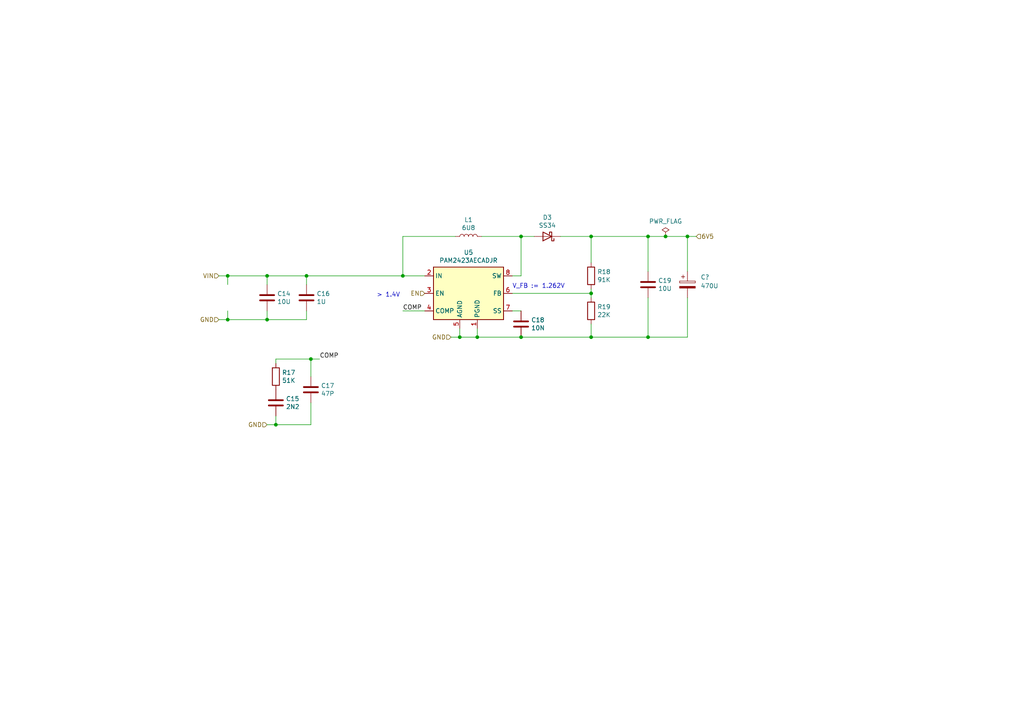
<source format=kicad_sch>
(kicad_sch (version 20211123) (generator eeschema)
  (paper "A4")
  (lib_symbols
    (symbol "Device:C" (pin_numbers hide) (pin_names (offset 0.254))
      (property "Reference" "C" (at 0.635 2.54 0))
      (property "Value" "C" (at 0.635 -2.54 0))
      (symbol "C_0_1"
        (polyline (pts (xy -2.032 -0.762) (xy 2.032 -0.762)) (stroke (width 0.508)))
        (polyline (pts (xy -2.032 0.762) (xy 2.032 0.762)) (stroke (width 0.508)))
      )
      (symbol "C_1_1"
        (pin passive line (at 0 3.81 270) (length 2.794) (name "~") (number "1"))
        (pin passive line (at 0 -3.81 90) (length 2.794) (name "~") (number "2"))
      )
    )
    (symbol "Device:C_Polarized" (pin_numbers hide) (pin_names (offset 0.254))
      (property "Reference" "C" (at 0.635 2.54 0))
      (property "Value" "C_Polarized" (at 0.635 -2.54 0))
      (symbol "C_Polarized_0_1"
        (rectangle (start -2.286 0.508) (end 2.286 1.016))
        (polyline (pts (xy -1.778 2.286) (xy -0.762 2.286)))
        (polyline (pts (xy -1.27 2.794) (xy -1.27 1.778)))
        (rectangle (start 2.286 -0.508) (end -2.286 -1.016) (fill (type outline)))
      )
      (symbol "C_Polarized_1_1"
        (pin passive line (at 0 3.81 270) (length 2.794) (name "~") (number "1"))
        (pin passive line (at 0 -3.81 90) (length 2.794) (name "~") (number "2"))
      )
    )
    (symbol "Device:D_Schottky" (pin_numbers hide) (pin_names (offset 1.016) hide)
      (property "Reference" "D" (at 0 2.54 0))
      (property "Value" "D_Schottky" (at 0 -2.54 0))
      (symbol "D_Schottky_0_1"
        (polyline (pts (xy 1.27 0) (xy -1.27 0)))
        (polyline (pts (xy 1.27 1.27) (xy 1.27 -1.27) (xy -1.27 0) (xy 1.27 1.27)) (stroke (width 0.254)))
        (polyline (pts (xy -1.905 0.635) (xy -1.905 1.27) (xy -1.27 1.27) (xy -1.27 -1.27) (xy -0.635 -1.27) (xy -0.635 -0.635)) (stroke (width 0.254)))
      )
      (symbol "D_Schottky_1_1"
        (pin passive line (at -3.81 0 0) (length 2.54) (name "K") (number "1"))
        (pin passive line (at 3.81 0 180) (length 2.54) (name "A") (number "2"))
      )
    )
    (symbol "Device:L" (pin_numbers hide) (pin_names (offset 1.016) hide)
      (property "Reference" "L" (at -1.27 0 90))
      (property "Value" "L" (at 1.905 0 90))
      (symbol "L_0_1"
        (arc (start 0 -2.54) (mid 0.635 -1.905) (end 0 -1.27))
        (arc (start 0 -1.27) (mid 0.635 -0.635) (end 0 0))
        (arc (start 0 0) (mid 0.635 0.635) (end 0 1.27))
        (arc (start 0 1.27) (mid 0.635 1.905) (end 0 2.54))
      )
      (symbol "L_1_1"
        (pin passive line (at 0 3.81 270) (length 1.27) (name "1") (number "1"))
        (pin passive line (at 0 -3.81 90) (length 1.27) (name "2") (number "2"))
      )
    )
    (symbol "Device:R" (pin_numbers hide) (pin_names (offset 0))
      (property "Reference" "R" (at 2.032 0 90))
      (property "Value" "R" (at 0 0 90))
      (symbol "R_0_1"
        (rectangle (start -1.016 -2.54) (end 1.016 2.54) (stroke (width 0.254)))
      )
      (symbol "R_1_1"
        (pin passive line (at 0 3.81 270) (length 1.27) (name "~") (number "1"))
        (pin passive line (at 0 -3.81 90) (length 1.27) (name "~") (number "2"))
      )
    )
    (symbol "power:PWR_FLAG" (power) (pin_numbers hide) (pin_names (offset 0) hide)
      (property "Value" "PWR_FLAG" (at 0 3.81 0))
      (symbol "PWR_FLAG_0_0"
        (pin power_out line (at 0 0 90) (length 0) (name "pwr") (number "1"))
      )
      (symbol "PWR_FLAG_0_1"
        (polyline (pts (xy 0 0) (xy 0 1.27) (xy -1.016 1.905) (xy 0 2.54) (xy 1.016 1.905) (xy 0 1.27)))
      )
    )
    (symbol "william_dc_dc:PAM2423AECADJR"
      (property "Reference" "U" (at -10.16 8.89 0))
      (property "Value" "PAM2423AECADJR" (at -5.08 8.89 0))
      (symbol "PAM2423AECADJR_0_0"
        (pin power_in line (at 2.54 -10.16 90) (length 2.54) (name "PGND") (number "1"))
        (pin input line (at -12.7 -5.08 0) (length 2.54) (name "COMP") (number "4"))
        (pin input line (at 12.7 0 180) (length 2.54) (name "FB") (number "6"))
      )
      (symbol "PAM2423AECADJR_0_1"
        (rectangle (start -10.16 7.62) (end 10.16 -7.62) (stroke (width 0.254)) (fill (type background)))
      )
      (symbol "PAM2423AECADJR_1_1"
        (pin power_in line (at -12.7 5.08 0) (length 2.54) (name "IN") (number "2"))
        (pin input line (at -12.7 0 0) (length 2.54) (name "EN") (number "3"))
        (pin power_in line (at -2.54 -10.16 90) (length 2.54) (name "AGND") (number "5"))
        (pin input line (at 12.7 -5.08 180) (length 2.54) (name "SS") (number "7"))
        (pin power_out line (at 12.7 5.08 180) (length 2.54) (name "SW") (number "8"))
        (pin input line (at 2.54 -10.16 90) (length 2.54) hide (name "PAD") (number "9"))
      )
    )
  )
  (junction (at 90.17 104.14))
  (junction (at 77.47 80.01))
  (junction (at 187.96 68.58))
  (junction (at 77.47 92.71))
  (junction (at 88.9 80.01))
  (junction (at 151.13 97.79))
  (junction (at 133.35 97.79))
  (junction (at 199.39 68.58))
  (junction (at 171.45 68.58))
  (junction (at 193.04 68.58))
  (junction (at 187.96 97.79))
  (junction (at 171.45 85.09))
  (junction (at 171.45 97.79))
  (junction (at 151.13 68.58))
  (junction (at 138.43 97.79))
  (junction (at 66.04 92.71))
  (junction (at 80.01 123.19))
  (junction (at 66.04 80.01))
  (junction (at 116.84 80.01))
  (wire (pts (xy 77.47 80.01) (xy 88.9 80.01)))
  (wire (pts (xy 139.7 68.58) (xy 151.13 68.58)))
  (wire (pts (xy 138.43 97.79) (xy 138.43 95.25)))
  (wire (pts (xy 116.84 90.17) (xy 123.19 90.17)))
  (wire (pts (xy 151.13 97.79) (xy 138.43 97.79)))
  (wire (pts (xy 88.9 80.01) (xy 88.9 82.55)))
  (wire (pts (xy 66.04 92.71) (xy 63.5 92.71)))
  (wire (pts (xy 90.17 109.22) (xy 90.17 104.14)))
  (wire (pts (xy 151.13 68.58) (xy 151.13 80.01)))
  (wire (pts (xy 171.45 68.58) (xy 171.45 76.2)))
  (wire (pts (xy 77.47 90.17) (xy 77.47 92.71)))
  (wire (pts (xy 66.04 80.01) (xy 77.47 80.01)))
  (wire (pts (xy 133.35 97.79) (xy 138.43 97.79)))
  (wire (pts (xy 199.39 68.58) (xy 193.04 68.58)))
  (wire (pts (xy 162.56 68.58) (xy 171.45 68.58)))
  (wire (pts (xy 199.39 97.79) (xy 187.96 97.79)))
  (wire (pts (xy 80.01 120.65) (xy 80.01 123.19)))
  (wire (pts (xy 171.45 86.36) (xy 171.45 85.09)))
  (wire (pts (xy 88.9 92.71) (xy 77.47 92.71)))
  (wire (pts (xy 187.96 78.74) (xy 187.96 68.58)))
  (wire (pts (xy 66.04 90.17) (xy 66.04 92.71)))
  (wire (pts (xy 187.96 86.36) (xy 187.96 97.79)))
  (wire (pts (xy 77.47 92.71) (xy 66.04 92.71)))
  (wire (pts (xy 90.17 123.19) (xy 90.17 116.84)))
  (wire (pts (xy 193.04 68.58) (xy 187.96 68.58)))
  (wire (pts (xy 154.94 68.58) (xy 151.13 68.58)))
  (wire (pts (xy 92.71 104.14) (xy 90.17 104.14)))
  (wire (pts (xy 199.39 78.74) (xy 199.39 68.58)))
  (wire (pts (xy 133.35 95.25) (xy 133.35 97.79)))
  (wire (pts (xy 151.13 90.17) (xy 148.59 90.17)))
  (wire (pts (xy 171.45 85.09) (xy 171.45 83.82)))
  (wire (pts (xy 171.45 93.98) (xy 171.45 97.79)))
  (wire (pts (xy 132.08 68.58) (xy 116.84 68.58)))
  (wire (pts (xy 171.45 97.79) (xy 151.13 97.79)))
  (wire (pts (xy 80.01 104.14) (xy 80.01 105.41)))
  (wire (pts (xy 151.13 80.01) (xy 148.59 80.01)))
  (wire (pts (xy 199.39 86.36) (xy 199.39 97.79)))
  (wire (pts (xy 88.9 90.17) (xy 88.9 92.71)))
  (wire (pts (xy 116.84 68.58) (xy 116.84 80.01)))
  (wire (pts (xy 116.84 80.01) (xy 123.19 80.01)))
  (wire (pts (xy 63.5 80.01) (xy 66.04 80.01)))
  (wire (pts (xy 80.01 123.19) (xy 90.17 123.19)))
  (wire (pts (xy 88.9 80.01) (xy 116.84 80.01)))
  (wire (pts (xy 90.17 104.14) (xy 80.01 104.14)))
  (wire (pts (xy 187.96 97.79) (xy 171.45 97.79)))
  (wire (pts (xy 201.93 68.58) (xy 199.39 68.58)))
  (wire (pts (xy 187.96 68.58) (xy 171.45 68.58)))
  (wire (pts (xy 130.81 97.79) (xy 133.35 97.79)))
  (wire (pts (xy 77.47 123.19) (xy 80.01 123.19)))
  (wire (pts (xy 66.04 82.55) (xy 66.04 80.01)))
  (wire (pts (xy 77.47 82.55) (xy 77.47 80.01)))
  (wire (pts (xy 148.59 85.09) (xy 171.45 85.09)))
  (text "V_FB := 1.262V" (at 148.59 83.82 0) (effects (font (size 1.27 1.27)) (justify left bottom)))
  (text "> 1.4V " (at 109.22 86.36 0) (effects (font (size 1.27 1.27)) (justify left bottom)))
  (label "COMP" (at 116.84 90.17 0))
  (label "COMP" (at 92.71 104.14 0))
  (hierarchical_label "6V5" (shape input) (at 201.93 68.58 0))
  (hierarchical_label "VIN" (shape input) (at 63.5 80.01 180))
  (hierarchical_label "EN" (shape input) (at 123.19 85.09 180))
  (hierarchical_label "GND" (shape input) (at 130.81 97.79 180))
  (hierarchical_label "GND" (shape input) (at 63.5 92.71 180))
  (hierarchical_label "GND" (shape input) (at 77.47 123.19 180))
  (symbol (lib_id "william_dc_dc:PAM2423AECADJR") (at 135.89 85.09 0) (unit 1)
    (property "Reference" "U5" (at 135.89 73.2282 0))
    (property "Value" "PAM2423AECADJR" (at 135.89 75.5396 0))
    (property "Footprint" "Package_SO:HTSOP-8-1EP_3.9x4.9mm_P1.27mm_EP2.4x3.2mm_ThermalVias" (effects hide))
    (property "Datasheet" "https://media.digikey.com/pdf/Data%20Sheets/Diodes%20PDFs/PAM2421,22,23.pdf" (effects hide))
  )
  (symbol (lib_id "Device:CP") (at 66.04 86.36 0) (unit 1)
    (property "Reference" "C13" (at 69.0372 85.1916 0) (effects (justify left)))
    (property "Value" "470U" (at 69.0372 87.503 0) (effects (justify left)))
    (property "Footprint" "Capacitor_THT:CP_Radial_D6.3mm_P2.50mm" (effects hide))
    (property "MPN" "860010273011" (effects hide))
  )
  (symbol (lib_id "Device:C") (at 77.47 86.36 0) (unit 1)
    (property "Reference" "C14" (at 80.391 85.1916 0) (effects (justify left)))
    (property "Value" "10U" (at 80.391 87.503 0) (effects (justify left)))
    (property "Footprint" "Capacitor_SMD:C_0805_2012Metric" (effects hide))
  )
  (symbol (lib_id "Device:C") (at 88.9 86.36 0) (unit 1)
    (property "Reference" "C16" (at 91.821 85.1916 0) (effects (justify left)))
    (property "Value" "1U" (at 91.821 87.503 0) (effects (justify left)))
    (property "Footprint" "Capacitor_SMD:C_0805_2012Metric" (effects hide))
  )
  (symbol (lib_id "Device:C") (at 80.01 116.84 0) (unit 1)
    (property "Reference" "C15" (at 82.931 115.6716 0) (effects (justify left)))
    (property "Value" "2N2" (at 82.931 117.983 0) (effects (justify left)))
    (property "Footprint" "Capacitor_SMD:C_0603_1608Metric" (effects hide))
  )
  (symbol (lib_id "Device:R") (at 80.01 109.22 0) (unit 1)
    (property "Reference" "R17" (at 81.788 108.0516 0) (effects (justify left)))
    (property "Value" "51K" (at 81.788 110.363 0) (effects (justify left)))
    (property "Footprint" "Resistor_SMD:R_0603_1608Metric" (effects hide))
  )
  (symbol (lib_id "Device:C") (at 90.17 113.03 0) (unit 1)
    (property "Reference" "C17" (at 93.091 111.8616 0) (effects (justify left)))
    (property "Value" "47P" (at 93.091 114.173 0) (effects (justify left)))
    (property "Footprint" "Capacitor_SMD:C_0603_1608Metric" (effects hide))
  )
  (symbol (lib_id "Device:L") (at 135.89 68.58 90) (unit 1)
    (property "Reference" "L1" (at 135.89 63.754 90))
    (property "Value" "6U8" (at 135.89 66.0654 90))
    (property "Footprint" "Inductor_SMD:L_Bourns_SRN6045TA" (effects hide))
    (property "Datasheet" "https://www.bourns.com/docs/Product-Datasheets/SRN6045TA.pdf" (effects hide))
    (property "MPN" "SRN6045TA-6R8M" (effects hide))
  )
  (symbol (lib_id "Device:C") (at 151.13 93.98 0) (unit 1)
    (property "Reference" "C18" (at 154.051 92.8116 0) (effects (justify left)))
    (property "Value" "10N" (at 154.051 95.123 0) (effects (justify left)))
    (property "Footprint" "Capacitor_SMD:C_0603_1608Metric" (effects hide))
  )
  (symbol (lib_id "Device:D_Schottky") (at 158.75 68.58 180) (unit 1)
    (property "Reference" "D3" (at 158.75 63.0682 0))
    (property "Value" "SS34" (at 158.75 65.3796 0))
    (property "Footprint" "Diode_SMD:D_SMC" (effects hide))
    (property "Datasheet" "https://www.onsemi.com/pub/Collateral/SS39-D.PDF" (effects hide))
    (property "MPN" "SS34" (effects hide))
  )
  (symbol (lib_id "Device:R") (at 171.45 80.01 0) (unit 1)
    (property "Reference" "R18" (at 173.228 78.8416 0) (effects (justify left)))
    (property "Value" "91K" (at 173.228 81.153 0) (effects (justify left)))
    (property "Footprint" "Resistor_SMD:R_0603_1608Metric" (effects hide))
  )
  (symbol (lib_id "Device:R") (at 171.45 90.17 0) (unit 1)
    (property "Reference" "R19" (at 173.228 89.0016 0) (effects (justify left)))
    (property "Value" "22K" (at 173.228 91.313 0) (effects (justify left)))
    (property "Footprint" "Resistor_SMD:R_0603_1608Metric" (effects hide))
  )
  (symbol (lib_id "Device:C") (at 187.96 82.55 0) (unit 1)
    (property "Reference" "C19" (at 190.881 81.3816 0) (effects (justify left)))
    (property "Value" "10U" (at 190.881 83.693 0) (effects (justify left)))
    (property "Footprint" "Capacitor_SMD:C_0805_2012Metric" (effects hide))
  )
  (symbol (lib_id "power:PWR_FLAG") (at 193.04 68.58 0) (unit 1)
    (property "Reference" "#FLG01" (effects hide))
    (property "Value" "PWR_FLAG" (at 193.04 64.1858 0))
  )
  (symbol (lib_id "Device:C_Polarized") (at 199.39 82.55 0) (unit 1)
    (property "Reference" "C?" (at 203.2 80.3909 0) (effects (justify left)))
    (property "Value" "470U" (at 203.2 82.9309 0) (effects (justify left)))
  )
)
</source>
